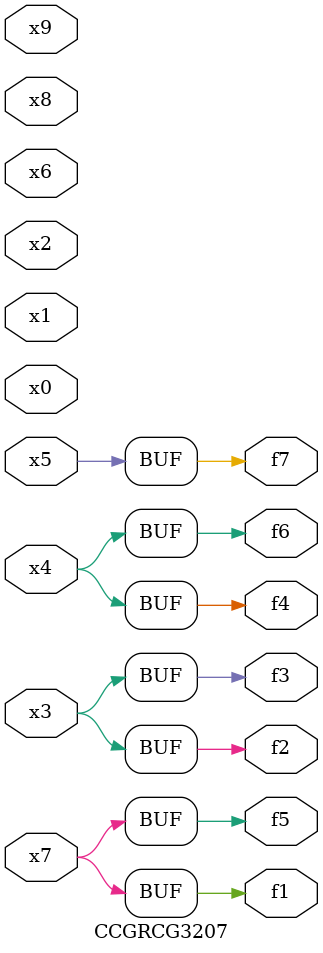
<source format=v>
module CCGRCG3207(
	input x0, x1, x2, x3, x4, x5, x6, x7, x8, x9,
	output f1, f2, f3, f4, f5, f6, f7
);
	assign f1 = x7;
	assign f2 = x3;
	assign f3 = x3;
	assign f4 = x4;
	assign f5 = x7;
	assign f6 = x4;
	assign f7 = x5;
endmodule

</source>
